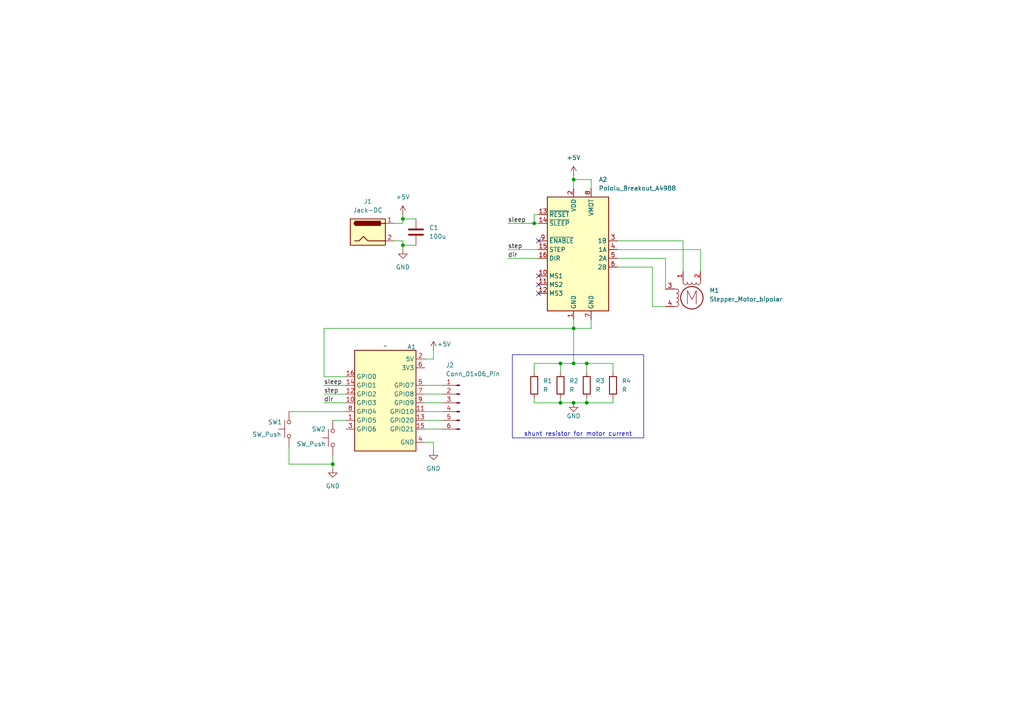
<source format=kicad_sch>
(kicad_sch (version 20231120) (generator "eeschema") (generator_version "8.0")
  (paper "A4")
  (lib_symbols
    (symbol "Connector:Conn_01x06_Pin" (pin_names (offset 1.016) hide)
      (property "Reference" "J" (at 0 7.62 0))
      (property "Value" "Conn_01x06_Pin" (at 0 -10.16 0))
      (symbol "Conn_01x06_Pin_1_1"
        (polyline (pts (xy 1.27 -7.62) (xy 0.8636 -7.62)) (stroke (width 0.1524)))
        (polyline (pts (xy 1.27 -5.08) (xy 0.8636 -5.08)) (stroke (width 0.1524)))
        (polyline (pts (xy 1.27 -2.54) (xy 0.8636 -2.54)) (stroke (width 0.1524)))
        (polyline (pts (xy 1.27 0) (xy 0.8636 0)) (stroke (width 0.1524)))
        (polyline (pts (xy 1.27 2.54) (xy 0.8636 2.54)) (stroke (width 0.1524)))
        (polyline (pts (xy 1.27 5.08) (xy 0.8636 5.08)) (stroke (width 0.1524)))
        (rectangle (start 0.8636 -7.493) (end 0 -7.747) (stroke (width 0.1524)) (fill (type outline)))
        (rectangle (start 0.8636 -4.953) (end 0 -5.207) (stroke (width 0.1524)) (fill (type outline)))
        (rectangle (start 0.8636 -2.413) (end 0 -2.667) (stroke (width 0.1524)) (fill (type outline)))
        (rectangle (start 0.8636 0.127) (end 0 -0.127) (stroke (width 0.1524)) (fill (type outline)))
        (rectangle (start 0.8636 2.667) (end 0 2.413) (stroke (width 0.1524)) (fill (type outline)))
        (rectangle (start 0.8636 5.207) (end 0 4.953) (stroke (width 0.1524)) (fill (type outline)))
        (pin passive line (at 5.08 5.08 180) (length 3.81) (name "Pin_1") (number "1"))
        (pin passive line (at 5.08 2.54 180) (length 3.81) (name "Pin_2") (number "2"))
        (pin passive line (at 5.08 0 180) (length 3.81) (name "Pin_3") (number "3"))
        (pin passive line (at 5.08 -2.54 180) (length 3.81) (name "Pin_4") (number "4"))
        (pin passive line (at 5.08 -5.08 180) (length 3.81) (name "Pin_5") (number "5"))
        (pin passive line (at 5.08 -7.62 180) (length 3.81) (name "Pin_6") (number "6"))
      )
    )
    (symbol "Connector:Jack-DC" (pin_names (offset 1.016))
      (property "Reference" "J" (at 0 5.334 0))
      (property "Value" "Jack-DC" (at 0 -5.08 0))
      (symbol "Jack-DC_0_1"
        (rectangle (start -5.08 3.81) (end 5.08 -3.81) (stroke (width 0.254)) (fill (type background)))
        (arc (start -3.302 3.175) (mid -3.9343 2.54) (end -3.302 1.905) (stroke (width 0.254)))
        (arc (start -3.302 3.175) (mid -3.9343 2.54) (end -3.302 1.905) (stroke (width 0.254)) (fill (type outline)))
        (polyline (pts (xy 5.08 2.54) (xy 3.81 2.54)) (stroke (width 0.254)))
        (polyline (pts (xy -3.81 -2.54) (xy -2.54 -2.54) (xy -1.27 -1.27) (xy 0 -2.54) (xy 2.54 -2.54) (xy 5.08 -2.54)) (stroke (width 0.254)))
        (rectangle (start 3.683 3.175) (end -3.302 1.905) (stroke (width 0.254)) (fill (type outline)))
      )
      (symbol "Jack-DC_1_1"
        (pin passive line (at 7.62 2.54 180) (length 2.54) (name "~") (number "1"))
        (pin passive line (at 7.62 -2.54 180) (length 2.54) (name "~") (number "2"))
      )
    )
    (symbol "Device:C" (pin_numbers hide) (pin_names (offset 0.254))
      (property "Reference" "C" (at 0.635 2.54 0))
      (property "Value" "C" (at 0.635 -2.54 0))
      (symbol "C_0_1"
        (polyline (pts (xy -2.032 -0.762) (xy 2.032 -0.762)) (stroke (width 0.508)))
        (polyline (pts (xy -2.032 0.762) (xy 2.032 0.762)) (stroke (width 0.508)))
      )
      (symbol "C_1_1"
        (pin passive line (at 0 3.81 270) (length 2.794) (name "~") (number "1"))
        (pin passive line (at 0 -3.81 90) (length 2.794) (name "~") (number "2"))
      )
    )
    (symbol "Device:R" (pin_numbers hide) (pin_names (offset 0))
      (property "Reference" "R" (at 2.032 0 90))
      (property "Value" "R" (at 0 0 90))
      (symbol "R_0_1"
        (rectangle (start -1.016 -2.54) (end 1.016 2.54) (stroke (width 0.254)))
      )
      (symbol "R_1_1"
        (pin passive line (at 0 3.81 270) (length 1.27) (name "~") (number "1"))
        (pin passive line (at 0 -3.81 90) (length 1.27) (name "~") (number "2"))
      )
    )
    (symbol "Driver_Motor:Pololu_Breakout_A4988"
      (property "Reference" "A" (at -2.54 19.05 0))
      (property "Value" "Pololu_Breakout_A4988" (at -2.54 16.51 0))
      (symbol "Pololu_Breakout_A4988_0_1"
        (rectangle (start 10.16 -17.78) (end -7.62 15.24) (stroke (width 0.254)) (fill (type background)))
      )
      (symbol "Pololu_Breakout_A4988_1_1"
        (pin power_in line (at 0 -20.32 90) (length 2.54) (name "GND") (number "1"))
        (pin input line (at -10.16 -7.62 0) (length 2.54) (name "MS1") (number "10"))
        (pin input line (at -10.16 -10.16 0) (length 2.54) (name "MS2") (number "11"))
        (pin input line (at -10.16 -12.7 0) (length 2.54) (name "MS3") (number "12"))
        (pin input line (at -10.16 10.16 0) (length 2.54) (name "~{RESET}") (number "13"))
        (pin input line (at -10.16 7.62 0) (length 2.54) (name "~{SLEEP}") (number "14"))
        (pin input line (at -10.16 0 0) (length 2.54) (name "STEP") (number "15"))
        (pin input line (at -10.16 -2.54 0) (length 2.54) (name "DIR") (number "16"))
        (pin power_in line (at 0 17.78 270) (length 2.54) (name "VDD") (number "2"))
        (pin output line (at 12.7 2.54 180) (length 2.54) (name "1B") (number "3"))
        (pin output line (at 12.7 0 180) (length 2.54) (name "1A") (number "4"))
        (pin output line (at 12.7 -2.54 180) (length 2.54) (name "2A") (number "5"))
        (pin output line (at 12.7 -5.08 180) (length 2.54) (name "2B") (number "6"))
        (pin power_in line (at 5.08 -20.32 90) (length 2.54) (name "GND") (number "7"))
        (pin power_in line (at 5.08 17.78 270) (length 2.54) (name "VMOT") (number "8"))
        (pin input line (at -10.16 2.54 0) (length 2.54) (name "~{ENABLE}") (number "9"))
      )
    )
    (symbol "Motor:Stepper_Motor_bipolar" (pin_names (offset 0) hide)
      (property "Reference" "M" (at 3.81 2.54 0))
      (property "Value" "Stepper_Motor_bipolar" (at 3.81 1.27 0))
      (symbol "Stepper_Motor_bipolar_0_0"
        (polyline (pts (xy -1.27 -1.778) (xy -1.27 2.032) (xy 0 -0.508) (xy 1.27 2.032) (xy 1.27 -1.778)))
      )
      (symbol "Stepper_Motor_bipolar_0_1"
        (arc (start -4.445 -2.54) (mid -3.8127 -1.905) (end -4.445 -1.27))
        (arc (start -4.445 -1.27) (mid -3.8127 -0.635) (end -4.445 0))
        (arc (start -4.445 0) (mid -3.8127 0.635) (end -4.445 1.27))
        (arc (start -4.445 1.27) (mid -3.8127 1.905) (end -4.445 2.54))
        (arc (start -2.54 4.445) (mid -1.905 3.8127) (end -1.27 4.445))
        (arc (start -1.27 4.445) (mid -0.635 3.8127) (end 0 4.445))
        (polyline (pts (xy -5.08 -2.54) (xy -4.445 -2.54)))
        (polyline (pts (xy -5.08 2.54) (xy -4.445 2.54)))
        (polyline (pts (xy -2.54 5.08) (xy -2.54 4.445)))
        (polyline (pts (xy 2.54 5.08) (xy 2.54 4.445)))
        (circle (center 0 0) (radius 3.2512) (stroke (width 0.254)))
        (arc (start 0 4.445) (mid 0.635 3.8127) (end 1.27 4.445))
        (arc (start 1.27 4.445) (mid 1.905 3.8127) (end 2.54 4.445))
      )
      (symbol "Stepper_Motor_bipolar_1_1"
        (pin passive line (at -2.54 7.62 270) (length 2.54) (name "~") (number "1"))
        (pin passive line (at 2.54 7.62 270) (length 2.54) (name "-") (number "2"))
        (pin passive line (at -7.62 2.54 0) (length 2.54) (name "~") (number "3"))
        (pin passive line (at -7.62 -2.54 0) (length 2.54) (name "~") (number "4"))
      )
    )
    (symbol "Switch:SW_Push" (pin_numbers hide) (pin_names (offset 1.016) hide)
      (property "Reference" "SW" (at 1.27 2.54 0))
      (property "Value" "SW_Push" (at 0 -1.524 0))
      (symbol "SW_Push_0_1"
        (circle (center -2.032 0) (radius 0.508))
        (polyline (pts (xy 0 1.27) (xy 0 3.048)))
        (polyline (pts (xy 2.54 1.27) (xy -2.54 1.27)))
        (circle (center 2.032 0) (radius 0.508))
        (pin passive line (at -5.08 0 0) (length 2.54) (name "1") (number "1"))
        (pin passive line (at 5.08 0 180) (length 2.54) (name "2") (number "2"))
      )
    )
    (symbol "power:+5V" (power) (pin_numbers hide) (pin_names (offset 0) hide)
      (property "Value" "+5V" (at 0 3.556 0))
      (symbol "+5V_0_1"
        (polyline (pts (xy -0.762 1.27) (xy 0 2.54)))
        (polyline (pts (xy 0 0) (xy 0 2.54)))
        (polyline (pts (xy 0 2.54) (xy 0.762 1.27)))
      )
      (symbol "+5V_1_1"
        (pin power_in line (at 0 0 90) (length 0) (name "~") (number "1"))
      )
    )
    (symbol "power:GND" (power) (pin_numbers hide) (pin_names (offset 0) hide)
      (property "Value" "GND" (at 0 -3.81 0))
      (symbol "GND_0_1"
        (polyline (pts (xy 0 0) (xy 0 -1.27) (xy 1.27 -1.27) (xy 0 -2.54) (xy -1.27 -1.27) (xy 0 -1.27)))
      )
      (symbol "GND_1_1"
        (pin power_in line (at 0 0 270) (length 0) (name "~") (number "1"))
      )
    )
    (symbol "smartBlind_sym:esp32-c3-supermini"
      (property "Reference" "A" (at 8.382 10.922 0))
      (symbol "esp32-c3-supermini_1_1"
        (rectangle (start -8.89 10.16) (end 8.89 -19.05) (stroke (width 0.254)) (fill (type background)))
        (pin bidirectional line (at -11.43 -10.16 0) (length 2.54) (name "GPIO5") (number "1"))
        (pin bidirectional line (at -11.43 -5.08 0) (length 2.54) (name "GPIO3") (number "10"))
        (pin bidirectional line (at 11.43 -7.62 180) (length 2.54) (name "GPIO10") (number "11"))
        (pin bidirectional line (at -11.43 -2.54 0) (length 2.54) (name "GPIO2") (number "12"))
        (pin bidirectional line (at 11.43 -10.16 180) (length 2.54) (name "GPIO20") (number "13"))
        (pin bidirectional line (at -11.43 0 0) (length 2.54) (name "GPIO1") (number "14"))
        (pin bidirectional line (at 11.43 -12.7 180) (length 2.54) (name "GPIO21") (number "15"))
        (pin bidirectional line (at -11.43 2.54 0) (length 2.54) (name "GPIO0") (number "16"))
        (pin input line (at 11.43 7.62 180) (length 2.54) (name "5V") (number "2"))
        (pin bidirectional line (at -11.43 -12.7 0) (length 2.54) (name "GPIO6") (number "3"))
        (pin power_in line (at 11.43 -16.51 180) (length 2.54) (name "GND") (number "4"))
        (pin bidirectional line (at 11.43 0 180) (length 2.54) (name "GPIO7") (number "5"))
        (pin input line (at 11.43 5.08 180) (length 2.54) (name "3V3") (number "6"))
        (pin bidirectional line (at 11.43 -2.54 180) (length 2.54) (name "GPIO8") (number "7"))
        (pin bidirectional line (at -11.43 -7.62 0) (length 2.54) (name "GPIO4") (number "8"))
        (pin bidirectional line (at 11.43 -5.08 180) (length 2.54) (name "GPIO9") (number "9"))
      )
    )
  )
  (junction (at 116.84 71.12))
  (junction (at 166.37 95.25))
  (junction (at 166.37 52.07))
  (junction (at 154.94 64.77))
  (junction (at 170.18 105.41))
  (junction (at 162.56 116.84))
  (junction (at 116.84 63.5))
  (junction (at 170.18 116.84))
  (junction (at 162.56 105.41))
  (junction (at 166.37 116.84))
  (junction (at 166.37 105.41))
  (junction (at 96.52 134.62))
  (no_connect (at 156.21 69.85))
  (no_connect (at 156.21 80.01))
  (no_connect (at 156.21 82.55))
  (no_connect (at 156.21 85.09))
  (wire (pts (xy 93.98 111.76) (xy 100.33 111.76)))
  (wire (pts (xy 166.37 92.71) (xy 166.37 95.25)))
  (wire (pts (xy 116.84 64.77) (xy 116.84 63.5)))
  (wire (pts (xy 166.37 52.07) (xy 166.37 54.61)))
  (wire (pts (xy 116.84 69.85) (xy 116.84 71.12)))
  (wire (pts (xy 203.2 72.39) (xy 203.2 78.74)))
  (wire (pts (xy 83.82 134.62) (xy 96.52 134.62)))
  (wire (pts (xy 193.04 88.9) (xy 189.23 88.9)))
  (wire (pts (xy 162.56 105.41) (xy 162.56 107.95)))
  (wire (pts (xy 128.27 124.46) (xy 123.19 124.46)))
  (wire (pts (xy 116.84 71.12) (xy 120.65 71.12)))
  (wire (pts (xy 96.52 121.92) (xy 100.33 121.92)))
  (wire (pts (xy 123.19 104.14) (xy 125.73 104.14)))
  (wire (pts (xy 147.32 72.39) (xy 156.21 72.39)))
  (wire (pts (xy 116.84 63.5) (xy 120.65 63.5)))
  (wire (pts (xy 170.18 105.41) (xy 166.37 105.41)))
  (wire (pts (xy 198.12 69.85) (xy 179.07 69.85)))
  (wire (pts (xy 156.21 62.23) (xy 154.94 62.23)))
  (wire (pts (xy 162.56 115.57) (xy 162.56 116.84)))
  (wire (pts (xy 128.27 114.3) (xy 123.19 114.3)))
  (wire (pts (xy 177.8 105.41) (xy 170.18 105.41)))
  (wire (pts (xy 170.18 116.84) (xy 166.37 116.84)))
  (wire (pts (xy 166.37 50.8) (xy 166.37 52.07)))
  (wire (pts (xy 96.52 134.62) (xy 96.52 135.89)))
  (wire (pts (xy 154.94 115.57) (xy 154.94 116.84)))
  (wire (pts (xy 147.32 74.93) (xy 156.21 74.93)))
  (wire (pts (xy 116.84 71.12) (xy 116.84 72.39)))
  (wire (pts (xy 125.73 128.27) (xy 125.73 130.81)))
  (wire (pts (xy 93.98 95.25) (xy 166.37 95.25)))
  (wire (pts (xy 128.27 111.76) (xy 123.19 111.76)))
  (wire (pts (xy 177.8 115.57) (xy 177.8 116.84)))
  (wire (pts (xy 171.45 95.25) (xy 166.37 95.25)))
  (wire (pts (xy 166.37 105.41) (xy 162.56 105.41)))
  (wire (pts (xy 154.94 62.23) (xy 154.94 64.77)))
  (wire (pts (xy 179.07 72.39) (xy 203.2 72.39)))
  (wire (pts (xy 93.98 114.3) (xy 100.33 114.3)))
  (wire (pts (xy 171.45 92.71) (xy 171.45 95.25)))
  (wire (pts (xy 189.23 88.9) (xy 189.23 77.47)))
  (wire (pts (xy 116.84 63.5) (xy 116.84 62.23)))
  (wire (pts (xy 125.73 104.14) (xy 125.73 101.6)))
  (wire (pts (xy 93.98 116.84) (xy 100.33 116.84)))
  (wire (pts (xy 177.8 116.84) (xy 170.18 116.84)))
  (wire (pts (xy 189.23 77.47) (xy 179.07 77.47)))
  (wire (pts (xy 193.04 83.82) (xy 193.04 74.93)))
  (wire (pts (xy 96.52 132.08) (xy 96.52 134.62)))
  (wire (pts (xy 93.98 109.22) (xy 93.98 95.25)))
  (wire (pts (xy 166.37 95.25) (xy 166.37 105.41)))
  (wire (pts (xy 128.27 119.38) (xy 123.19 119.38)))
  (wire (pts (xy 154.94 105.41) (xy 162.56 105.41)))
  (wire (pts (xy 128.27 116.84) (xy 123.19 116.84)))
  (wire (pts (xy 100.33 109.22) (xy 93.98 109.22)))
  (wire (pts (xy 170.18 107.95) (xy 170.18 105.41)))
  (wire (pts (xy 177.8 107.95) (xy 177.8 105.41)))
  (wire (pts (xy 83.82 129.54) (xy 83.82 134.62)))
  (wire (pts (xy 198.12 78.74) (xy 198.12 69.85)))
  (wire (pts (xy 123.19 128.27) (xy 125.73 128.27)))
  (wire (pts (xy 154.94 64.77) (xy 156.21 64.77)))
  (wire (pts (xy 179.07 74.93) (xy 193.04 74.93)))
  (wire (pts (xy 170.18 115.57) (xy 170.18 116.84)))
  (wire (pts (xy 171.45 52.07) (xy 166.37 52.07)))
  (wire (pts (xy 114.3 64.77) (xy 116.84 64.77)))
  (wire (pts (xy 83.82 119.38) (xy 100.33 119.38)))
  (wire (pts (xy 171.45 54.61) (xy 171.45 52.07)))
  (wire (pts (xy 147.32 64.77) (xy 154.94 64.77)))
  (wire (pts (xy 128.27 121.92) (xy 123.19 121.92)))
  (wire (pts (xy 154.94 116.84) (xy 162.56 116.84)))
  (wire (pts (xy 114.3 69.85) (xy 116.84 69.85)))
  (wire (pts (xy 154.94 107.95) (xy 154.94 105.41)))
  (wire (pts (xy 162.56 116.84) (xy 166.37 116.84)))
  (rectangle (start 148.59 102.87) (end 186.69 127))
  (text "shunt resistor for motor current\n" (at 167.64 125.984 0) (effects (font (size 1.27 1.27))))
  (label "dir" (at 93.98 116.84 0))
  (label "sleep" (at 93.98 111.76 0))
  (label "sleep" (at 147.32 64.77 0))
  (label "step" (at 93.98 114.3 0))
  (label "dir" (at 147.32 74.93 0))
  (label "step" (at 147.32 72.39 0))
  (symbol (lib_id "power:GND") (at 116.84 72.39 0) (unit 1)
    (property "Reference" "#PWR03" (effects (hide yes)))
    (property "Value" "GND" (at 116.84 77.47 0))
    (property "Description" "Power symbol creates a global label with name \"GND\" , ground" (effects (hide yes)))
  )
  (symbol (lib_id "Device:R") (at 170.18 111.76 0) (unit 1)
    (property "Reference" "R3" (at 172.72 110.4899 0) (effects (justify left)))
    (property "Value" "R" (at 172.72 113.0299 0) (effects (justify left)))
    (property "Footprint" "Resistor_THT:R_Axial_DIN0204_L3.6mm_D1.6mm_P5.08mm_Horizontal" (effects (hide yes)))
    (property "Description" "Resistor" (effects (hide yes)))
  )
  (symbol (lib_id "Device:C") (at 120.65 67.31 180) (unit 1)
    (property "Reference" "C1" (at 124.46 66.0399 0) (effects (justify right)))
    (property "Value" "100u" (at 124.46 68.5799 0) (effects (justify right)))
    (property "Footprint" "Capacitor_THT:CP_Radial_D8.0mm_P2.50mm" (effects (hide yes)))
    (property "Description" "Unpolarized capacitor" (effects (hide yes)))
  )
  (symbol (lib_id "smartBlind_sym:esp32-c3-supermini") (at 111.76 111.76 0) (unit 1)
    (property "Reference" "A1" (at 119.38 100.584 0))
    (property "Value" "~" (at 111.76 100.33 0))
    (property "Footprint" "smartBlind_pcb:esp32-c3-supermini" (effects (hide yes)))
  )
  (symbol (lib_id "Device:R") (at 162.56 111.76 0) (unit 1)
    (property "Reference" "R2" (at 165.1 110.4899 0) (effects (justify left)))
    (property "Value" "R" (at 165.1 113.0299 0) (effects (justify left)))
    (property "Footprint" "Resistor_THT:R_Axial_DIN0204_L3.6mm_D1.6mm_P5.08mm_Horizontal" (effects (hide yes)))
    (property "Description" "Resistor" (effects (hide yes)))
  )
  (symbol (lib_id "Motor:Stepper_Motor_bipolar") (at 200.66 86.36 0) (unit 1)
    (property "Reference" "M1" (at 205.74 84.239 0) (effects (justify left)))
    (property "Value" "Stepper_Motor_bipolar" (at 205.74 86.779 0) (effects (justify left)))
    (property "Footprint" "Connector_PinHeader_2.54mm:PinHeader_1x04_P2.54mm_Vertical" (effects (hide yes)))
    (property "Datasheet" "http://www.infineon.com/dgdl/Application-Note-TLE8110EE_driving_UniPolarStepperMotor_V1.1.pdf?fileId=db3a30431be39b97011be5d0aa0a00b0" (effects (hide yes)))
    (property "Description" "4-wire bipolar stepper motor" (effects (hide yes)))
  )
  (symbol (lib_id "Device:R") (at 177.8 111.76 0) (unit 1)
    (property "Reference" "R4" (at 180.34 110.4899 0) (effects (justify left)))
    (property "Value" "R" (at 180.34 113.0299 0) (effects (justify left)))
    (property "Footprint" "Resistor_THT:R_Axial_DIN0204_L3.6mm_D1.6mm_P5.08mm_Horizontal" (effects (hide yes)))
    (property "Description" "Resistor" (effects (hide yes)))
  )
  (symbol (lib_id "Device:R") (at 154.94 111.76 0) (unit 1)
    (property "Reference" "R1" (at 157.48 110.4899 0) (effects (justify left)))
    (property "Value" "R" (at 157.48 113.0299 0) (effects (justify left)))
    (property "Footprint" "Resistor_THT:R_Axial_DIN0204_L3.6mm_D1.6mm_P5.08mm_Horizontal" (effects (hide yes)))
    (property "Description" "Resistor" (effects (hide yes)))
  )
  (symbol (lib_id "power:GND") (at 166.37 116.84 0) (unit 1)
    (property "Reference" "#PWR07" (effects (hide yes)))
    (property "Value" "GND" (at 166.37 120.65 0))
    (property "Description" "Power symbol creates a global label with name \"GND\" , ground" (effects (hide yes)))
  )
  (symbol (lib_id "power:GND") (at 125.73 130.81 0) (unit 1)
    (property "Reference" "#PWR05" (effects (hide yes)))
    (property "Value" "GND" (at 125.73 135.89 0))
    (property "Description" "Power symbol creates a global label with name \"GND\" , ground" (effects (hide yes)))
  )
  (symbol (lib_id "power:+5V") (at 125.73 101.6 0) (unit 1)
    (property "Reference" "#PWR04" (effects (hide yes)))
    (property "Value" "+5V" (at 128.778 99.822 0))
    (property "Description" "Power symbol creates a global label with name \"+5V\"" (effects (hide yes)))
  )
  (symbol (lib_id "Driver_Motor:Pololu_Breakout_A4988") (at 166.37 72.39 0) (unit 1)
    (property "Reference" "A2" (at 173.6441 52.07 0) (effects (justify left)))
    (property "Value" "Pololu_Breakout_A4988" (at 173.6441 54.61 0) (effects (justify left)))
    (property "Footprint" "Module:Pololu_Breakout-16_15.2x20.3mm" (effects (hide yes)))
    (property "Datasheet" "https://www.pololu.com/product/2980/pictures" (effects (hide yes)))
    (property "Description" "Pololu Breakout Board, Stepper Driver A4988" (effects (hide yes)))
  )
  (symbol (lib_id "Connector:Conn_01x06_Pin") (at 133.35 116.84 0) (mirror y) (unit 1)
    (property "Reference" "J2" (at 129.286 105.918 0) (effects (justify right)))
    (property "Value" "Conn_01x06_Pin" (at 129.286 108.458 0) (effects (justify right)))
    (property "Footprint" "Connector_PinHeader_2.54mm:PinHeader_1x06_P2.54mm_Vertical" (effects (hide yes)))
    (property "Description" "Generic connector, single row, 01x06, script generated" (effects (hide yes)))
  )
  (symbol (lib_id "Switch:SW_Push") (at 83.82 124.46 90) (unit 1)
    (property "Reference" "SW1" (at 77.724 122.428 90) (effects (justify right)))
    (property "Value" "SW_Push" (at 73.152 125.984 90) (effects (justify right)))
    (property "Footprint" "Button_Switch_THT:SW_PUSH_6mm" (effects (hide yes)))
    (property "Description" "Push button switch, generic, two pins" (effects (hide yes)))
  )
  (symbol (lib_id "power:+5V") (at 166.37 50.8 0) (unit 1)
    (property "Reference" "#PWR06" (effects (hide yes)))
    (property "Value" "+5V" (at 166.37 45.72 0))
    (property "Description" "Power symbol creates a global label with name \"+5V\"" (effects (hide yes)))
  )
  (symbol (lib_id "Connector:Jack-DC") (at 106.68 67.31 0) (unit 1)
    (property "Reference" "J1" (at 106.68 58.42 0))
    (property "Value" "Jack-DC" (at 106.68 60.96 0))
    (property "Footprint" "Connector_PinHeader_2.54mm:PinHeader_1x02_P2.54mm_Vertical" (effects (hide yes)))
    (property "Description" "DC Barrel Jack" (effects (hide yes)))
  )
  (symbol (lib_id "Switch:SW_Push") (at 96.52 127 90) (unit 1)
    (property "Reference" "SW2" (at 94.488 124.46 90) (effects (justify left)))
    (property "Value" "SW_Push" (at 94.488 128.778 90) (effects (justify left)))
    (property "Footprint" "Button_Switch_THT:SW_PUSH_6mm" (effects (hide yes)))
    (property "Description" "Push button switch, generic, two pins" (effects (hide yes)))
  )
  (symbol (lib_id "power:+5V") (at 116.84 62.23 0) (unit 1)
    (property "Reference" "#PWR02" (effects (hide yes)))
    (property "Value" "+5V" (at 116.84 57.15 0))
    (property "Description" "Power symbol creates a global label with name \"+5V\"" (effects (hide yes)))
  )
  (symbol (lib_id "power:GND") (at 96.52 135.89 0) (unit 1)
    (property "Reference" "#PWR01" (effects (hide yes)))
    (property "Value" "GND" (at 96.52 140.97 0))
    (property "Description" "Power symbol creates a global label with name \"GND\" , ground" (effects (hide yes)))
  )
)
</source>
